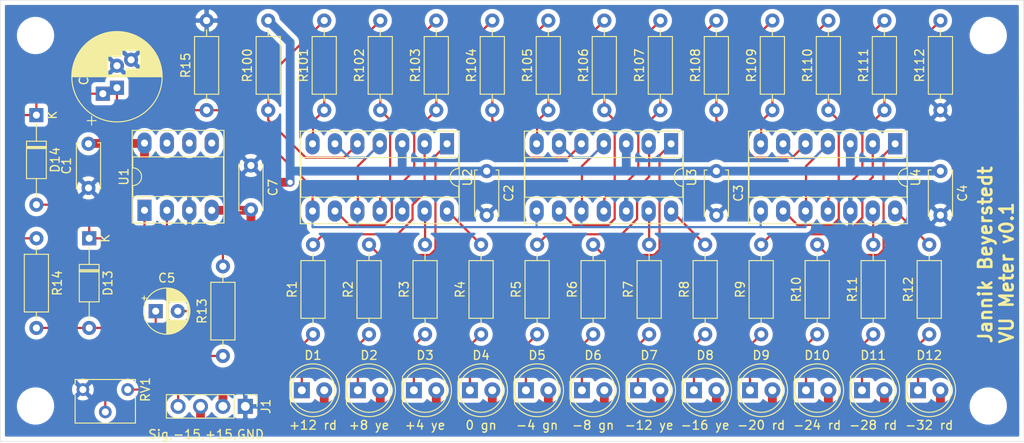
<source format=kicad_pcb>
(kicad_pcb (version 20171130) (host pcbnew "(5.1.8-0-10_14)")
  (title_block (title "VU Meter Module") (date 2020-12-06) (rev v0.2) (company "Jannik Beyerstedt") (comment 1 "Fixed Prototype"))
  (layers (0 F.Cu signal) (31 B.Cu signal) (34 B.Paste user) (35 F.Paste user) (36 B.SilkS user) (37 F.SilkS user) (38 B.Mask user) (39 F.Mask user) (44 Edge.Cuts user))
  (net 0 "")
  (net 1 +15V)
  (net 2 "Net-(C5-Pad2)")
  (net 3 "Net-(C5-Pad1)")
  (net 4 "Net-(C6-Pad1)")
  (net 5 "Net-(D1-Pad1)")
  (net 6 "Net-(D2-Pad1)")
  (net 7 "Net-(D3-Pad1)")
  (net 8 "Net-(D4-Pad1)")
  (net 9 "Net-(D5-Pad1)")
  (net 10 "Net-(D6-Pad1)")
  (net 11 "Net-(D7-Pad1)")
  (net 12 "Net-(D8-Pad1)")
  (net 13 "Net-(D9-Pad1)")
  (net 14 "Net-(D10-Pad1)")
  (net 15 "Net-(D11-Pad1)")
  (net 16 "Net-(D12-Pad1)")
  (net 17 "Net-(D13-Pad2)")
  (net 18 "Net-(D13-Pad1)")
  (net 19 "Net-(R1-Pad2)")
  (net 20 "Net-(R2-Pad2)")
  (net 21 "Net-(R3-Pad2)")
  (net 22 "Net-(R4-Pad2)")
  (net 23 "Net-(R5-Pad2)")
  (net 24 "Net-(R6-Pad2)")
  (net 25 "Net-(R7-Pad2)")
  (net 26 "Net-(R8-Pad2)")
  (net 27 "Net-(R9-Pad2)")
  (net 28 "Net-(R10-Pad2)")
  (net 29 "Net-(R11-Pad2)")
  (net 30 "Net-(R12-Pad2)")
  (net 31 "Net-(R100-Pad1)")
  (net 32 "Net-(R101-Pad1)")
  (net 33 "Net-(R102-Pad1)")
  (net 34 "Net-(R103-Pad1)")
  (net 35 "Net-(R104-Pad1)")
  (net 36 "Net-(R105-Pad1)")
  (net 37 "Net-(R106-Pad1)")
  (net 38 "Net-(R107-Pad1)")
  (net 39 "Net-(R108-Pad1)")
  (net 40 "Net-(R109-Pad1)")
  (net 41 "Net-(R110-Pad1)")
  (net 42 "Net-(R111-Pad1)")
  (net 43 Line_Input)
  (net 44 GNDREF)
  (net 45 -15V)
  (module Potentiometer_THT:Potentiometer_Vishay_T73XX_Horizontal (layer F.Cu) (at 44.45 64.135 270)
    (fp_text reference RV1 (at 0 -2.01 90) (layer F.SilkS))
    (fp_text value 50K)
    (pad 1 thru_hole circle (at 0 0 270) (size 1.44 1.44) (drill 0.8) (layers *.Cu *.Mask) (net 43 Line_Input))
    (pad 2 thru_hole circle (at 2.54 2.54 270) (size 1.44 1.44) (drill 0.8) (layers *.Cu *.Mask) (net 3 "Net-(C5-Pad1)"))
    (pad 3 thru_hole circle (at 0 5.08 270) (size 1.44 1.44) (drill 0.8) (layers *.Cu *.Mask) (net 44 GNDREF))
  )
  (module Connector_PinHeader_2.54mm:PinHeader_1x04_P2.54mm_Vertical (layer F.Cu) (at 57.785 66.04 270)
    (fp_text reference J1 (at 0 -2.33 90) (layer F.SilkS))
    (fp_text value Pwr_Signal)
    (pad 4 thru_hole oval (at 0 7.62 270) (size 1.7 1.7) (drill 1) (layers *.Cu *.Mask) (net 43 Line_Input))
    (pad 3 thru_hole oval (at 0 5.08 270) (size 1.7 1.7) (drill 1) (layers *.Cu *.Mask) (net 1 +15V))
    (pad 2 thru_hole oval (at 0 2.54 270) (size 1.7 1.7) (drill 1) (layers *.Cu *.Mask) (net 45 -15V))
    (pad 1 thru_hole rect (at 0 0 270) (size 1.7 1.7) (drill 1) (layers *.Cu *.Mask) (net 44 GNDREF))
  )
  (module Capacitor_THT:C_Disc_D5.0mm_W2.5mm_P5.00mm (layer F.Cu) (at 58.42 38.735 270)
    (fp_text reference C7 (at 2.5 -2.5 90) (layer F.SilkS))
    (fp_text value 100nF)
    (pad 2 thru_hole circle (at 5 0 270) (size 1.6 1.6) (drill 0.8) (layers *.Cu *.Mask) (net 45 -15V))
    (pad 1 thru_hole circle (at 0 0 270) (size 1.6 1.6) (drill 0.8) (layers *.Cu *.Mask) (net 44 GNDREF))
  )
  (module Capacitor_THT:C_Disc_D5.0mm_W2.5mm_P5.00mm (layer F.Cu) (at 136.58 39.37 270)
    (fp_text reference C4 (at 2.5 -2.5 90) (layer F.SilkS))
    (fp_text value 100nF)
    (pad 2 thru_hole circle (at 5 0 270) (size 1.6 1.6) (drill 0.8) (layers *.Cu *.Mask) (net 44 GNDREF))
    (pad 1 thru_hole circle (at 0 0 270) (size 1.6 1.6) (drill 0.8) (layers *.Cu *.Mask) (net 1 +15V))
  )
  (module Capacitor_THT:C_Disc_D5.0mm_W2.5mm_P5.00mm (layer F.Cu) (at 111.18 39.37 270)
    (fp_text reference C3 (at 2.5 -2.5 90) (layer F.SilkS))
    (fp_text value 100nF)
    (pad 2 thru_hole circle (at 5 0 270) (size 1.6 1.6) (drill 0.8) (layers *.Cu *.Mask) (net 44 GNDREF))
    (pad 1 thru_hole circle (at 0 0 270) (size 1.6 1.6) (drill 0.8) (layers *.Cu *.Mask) (net 1 +15V))
  )
  (module Capacitor_THT:C_Disc_D5.0mm_W2.5mm_P5.00mm (layer F.Cu) (at 85.145 39.37 270)
    (fp_text reference C2 (at 2.5 -2.5 90) (layer F.SilkS))
    (fp_text value 100nF)
    (pad 2 thru_hole circle (at 5 0 270) (size 1.6 1.6) (drill 0.8) (layers *.Cu *.Mask) (net 44 GNDREF))
    (pad 1 thru_hole circle (at 0 0 270) (size 1.6 1.6) (drill 0.8) (layers *.Cu *.Mask) (net 1 +15V))
  )
  (module Capacitor_THT:C_Disc_D5.0mm_W2.5mm_P5.00mm (layer F.Cu) (at 40.005 41.275 90)
    (fp_text reference C1 (at 2.5 -2.5 90) (layer F.SilkS))
    (fp_text value 100nF)
    (pad 2 thru_hole circle (at 5 0 90) (size 1.6 1.6) (drill 0.8) (layers *.Cu *.Mask) (net 1 +15V))
    (pad 1 thru_hole circle (at 0 0 90) (size 1.6 1.6) (drill 0.8) (layers *.Cu *.Mask) (net 44 GNDREF))
  )
  (module MountingHole:MountingHole_3.2mm_M3_ISO14580 (layer F.Cu) (at 34 24)
    (fp_text reference H4 hide)
    (fp_text value MountingHole hide)
    (pad 1 np_thru_hole circle (at 0 0) (size 3.2 3.2) (drill 3.2) (layers *.Cu *.Mask))
  )
  (module MountingHole:MountingHole_3.2mm_M3_ISO14580 (layer F.Cu) (at 142 24)
    (fp_text reference H3 hide)
    (fp_text value MountingHole hide)
    (pad 1 np_thru_hole circle (at 0 0) (size 3.2 3.2) (drill 3.2) (layers *.Cu *.Mask))
  )
  (module MountingHole:MountingHole_3.2mm_M3_ISO14580 (layer F.Cu) (at 142 66)
    (fp_text reference H2 hide)
    (fp_text value MountingHole hide)
    (pad 1 np_thru_hole circle (at 0 0) (size 3.2 3.2) (drill 3.2) (layers *.Cu *.Mask))
  )
  (module MountingHole:MountingHole_3.2mm_M3_ISO14580 (layer F.Cu) (at 34 66)
    (fp_text reference H1 hide)
    (fp_text value MountingHole hide)
    (pad 1 np_thru_hole circle (at 0 0) (size 3.2 3.2) (drill 3.2) (layers *.Cu *.Mask))
  )
  (module Capacitor_THT:CP_Radial_D10.0mm_P2.50mm_P5.00mm (layer F.Cu) (at 43.235 29.925 90)
    (fp_text reference C6 (at 1.25 -3.75 90) (layer F.SilkS))
    (fp_text value 47uF)
    (pad 2 thru_hole circle (at 3.170937 1.6 90) (size 1.6 1.6) (drill 0.8) (layers *.Cu *.Mask) (net 44 GNDREF))
    (pad 1 thru_hole rect (at -0.670937 -1.6 90) (size 1.6 1.6) (drill 0.8) (layers *.Cu *.Mask) (net 4 "Net-(C6-Pad1)"))
    (pad 2 thru_hole circle (at 2.5 0 90) (size 1.6 1.6) (drill 0.8) (layers *.Cu *.Mask) (net 44 GNDREF))
    (pad 1 thru_hole rect (at 0 0 90) (size 1.6 1.6) (drill 0.8) (layers *.Cu *.Mask) (net 4 "Net-(C6-Pad1)"))
  )
  (module Capacitor_THT:CP_Radial_D5.0mm_P2.50mm (layer F.Cu) (at 47.625 55.245)
    (fp_text reference C5 (at 1.25 -3.75) (layer F.SilkS))
    (fp_text value 1uF)
    (pad 2 thru_hole circle (at 2.5 0) (size 1.6 1.6) (drill 0.8) (layers *.Cu *.Mask) (net 2 "Net-(C5-Pad2)"))
    (pad 1 thru_hole rect (at 0 0) (size 1.6 1.6) (drill 0.8) (layers *.Cu *.Mask) (net 3 "Net-(C5-Pad1)"))
  )
  (module Package_DIP:DIP-14_W7.62mm_Socket_LongPads (layer F.Cu) (at 131.445 36.275 270)
    (fp_text reference U4 (at 3.81 -2.33 90) (layer F.SilkS))
    (fp_text value LM339)
    (pad 14 thru_hole oval (at 7.62 0 270) (size 2.4 1.6) (drill 0.8) (layers *.Cu *.Mask) (net 30 "Net-(R12-Pad2)"))
    (pad 7 thru_hole oval (at 0 15.24 270) (size 2.4 1.6) (drill 0.8) (layers *.Cu *.Mask) (net 40 "Net-(R109-Pad1)"))
    (pad 13 thru_hole oval (at 7.62 2.54 270) (size 2.4 1.6) (drill 0.8) (layers *.Cu *.Mask) (net 29 "Net-(R11-Pad2)"))
    (pad 6 thru_hole oval (at 0 12.7 270) (size 2.4 1.6) (drill 0.8) (layers *.Cu *.Mask) (net 4 "Net-(C6-Pad1)"))
    (pad 12 thru_hole oval (at 7.62 5.08 270) (size 2.4 1.6) (drill 0.8) (layers *.Cu *.Mask) (net 44 GNDREF))
    (pad 5 thru_hole oval (at 0 10.16 270) (size 2.4 1.6) (drill 0.8) (layers *.Cu *.Mask) (net 39 "Net-(R108-Pad1)"))
    (pad 11 thru_hole oval (at 7.62 7.62 270) (size 2.4 1.6) (drill 0.8) (layers *.Cu *.Mask) (net 41 "Net-(R110-Pad1)"))
    (pad 4 thru_hole oval (at 0 7.62 270) (size 2.4 1.6) (drill 0.8) (layers *.Cu *.Mask) (net 4 "Net-(C6-Pad1)"))
    (pad 10 thru_hole oval (at 7.62 10.16 270) (size 2.4 1.6) (drill 0.8) (layers *.Cu *.Mask) (net 4 "Net-(C6-Pad1)"))
    (pad 3 thru_hole oval (at 0 5.08 270) (size 2.4 1.6) (drill 0.8) (layers *.Cu *.Mask) (net 1 +15V))
    (pad 9 thru_hole oval (at 7.62 12.7 270) (size 2.4 1.6) (drill 0.8) (layers *.Cu *.Mask) (net 42 "Net-(R111-Pad1)"))
    (pad 2 thru_hole oval (at 0 2.54 270) (size 2.4 1.6) (drill 0.8) (layers *.Cu *.Mask) (net 27 "Net-(R9-Pad2)"))
    (pad 8 thru_hole oval (at 7.62 15.24 270) (size 2.4 1.6) (drill 0.8) (layers *.Cu *.Mask) (net 4 "Net-(C6-Pad1)"))
    (pad 1 thru_hole rect (at 0 0 270) (size 2.4 1.6) (drill 0.8) (layers *.Cu *.Mask) (net 28 "Net-(R10-Pad2)"))
  )
  (module Package_DIP:DIP-14_W7.62mm_Socket_LongPads (layer F.Cu) (at 106.045 36.275 270)
    (fp_text reference U3 (at 3.81 -2.33 90) (layer F.SilkS))
    (fp_text value LM339)
    (pad 14 thru_hole oval (at 7.62 0 270) (size 2.4 1.6) (drill 0.8) (layers *.Cu *.Mask) (net 26 "Net-(R8-Pad2)"))
    (pad 7 thru_hole oval (at 0 15.24 270) (size 2.4 1.6) (drill 0.8) (layers *.Cu *.Mask) (net 36 "Net-(R105-Pad1)"))
    (pad 13 thru_hole oval (at 7.62 2.54 270) (size 2.4 1.6) (drill 0.8) (layers *.Cu *.Mask) (net 25 "Net-(R7-Pad2)"))
    (pad 6 thru_hole oval (at 0 12.7 270) (size 2.4 1.6) (drill 0.8) (layers *.Cu *.Mask) (net 4 "Net-(C6-Pad1)"))
    (pad 12 thru_hole oval (at 7.62 5.08 270) (size 2.4 1.6) (drill 0.8) (layers *.Cu *.Mask) (net 44 GNDREF))
    (pad 5 thru_hole oval (at 0 10.16 270) (size 2.4 1.6) (drill 0.8) (layers *.Cu *.Mask) (net 35 "Net-(R104-Pad1)"))
    (pad 11 thru_hole oval (at 7.62 7.62 270) (size 2.4 1.6) (drill 0.8) (layers *.Cu *.Mask) (net 37 "Net-(R106-Pad1)"))
    (pad 4 thru_hole oval (at 0 7.62 270) (size 2.4 1.6) (drill 0.8) (layers *.Cu *.Mask) (net 4 "Net-(C6-Pad1)"))
    (pad 10 thru_hole oval (at 7.62 10.16 270) (size 2.4 1.6) (drill 0.8) (layers *.Cu *.Mask) (net 4 "Net-(C6-Pad1)"))
    (pad 3 thru_hole oval (at 0 5.08 270) (size 2.4 1.6) (drill 0.8) (layers *.Cu *.Mask) (net 1 +15V))
    (pad 9 thru_hole oval (at 7.62 12.7 270) (size 2.4 1.6) (drill 0.8) (layers *.Cu *.Mask) (net 38 "Net-(R107-Pad1)"))
    (pad 2 thru_hole oval (at 0 2.54 270) (size 2.4 1.6) (drill 0.8) (layers *.Cu *.Mask) (net 23 "Net-(R5-Pad2)"))
    (pad 8 thru_hole oval (at 7.62 15.24 270) (size 2.4 1.6) (drill 0.8) (layers *.Cu *.Mask) (net 4 "Net-(C6-Pad1)"))
    (pad 1 thru_hole rect (at 0 0 270) (size 2.4 1.6) (drill 0.8) (layers *.Cu *.Mask) (net 24 "Net-(R6-Pad2)"))
  )
  (module Package_DIP:DIP-14_W7.62mm_Socket_LongPads (layer F.Cu) (at 80.645 36.275 270)
    (fp_text reference U2 (at 3.81 -2.33 90) (layer F.SilkS))
    (fp_text value LM339)
    (pad 14 thru_hole oval (at 7.62 0 270) (size 2.4 1.6) (drill 0.8) (layers *.Cu *.Mask) (net 22 "Net-(R4-Pad2)"))
    (pad 7 thru_hole oval (at 0 15.24 270) (size 2.4 1.6) (drill 0.8) (layers *.Cu *.Mask) (net 32 "Net-(R101-Pad1)"))
    (pad 13 thru_hole oval (at 7.62 2.54 270) (size 2.4 1.6) (drill 0.8) (layers *.Cu *.Mask) (net 21 "Net-(R3-Pad2)"))
    (pad 6 thru_hole oval (at 0 12.7 270) (size 2.4 1.6) (drill 0.8) (layers *.Cu *.Mask) (net 4 "Net-(C6-Pad1)"))
    (pad 12 thru_hole oval (at 7.62 5.08 270) (size 2.4 1.6) (drill 0.8) (layers *.Cu *.Mask) (net 44 GNDREF))
    (pad 5 thru_hole oval (at 0 10.16 270) (size 2.4 1.6) (drill 0.8) (layers *.Cu *.Mask) (net 31 "Net-(R100-Pad1)"))
    (pad 11 thru_hole oval (at 7.62 7.62 270) (size 2.4 1.6) (drill 0.8) (layers *.Cu *.Mask) (net 33 "Net-(R102-Pad1)"))
    (pad 4 thru_hole oval (at 0 7.62 270) (size 2.4 1.6) (drill 0.8) (layers *.Cu *.Mask) (net 4 "Net-(C6-Pad1)"))
    (pad 10 thru_hole oval (at 7.62 10.16 270) (size 2.4 1.6) (drill 0.8) (layers *.Cu *.Mask) (net 4 "Net-(C6-Pad1)"))
    (pad 3 thru_hole oval (at 0 5.08 270) (size 2.4 1.6) (drill 0.8) (layers *.Cu *.Mask) (net 1 +15V))
    (pad 9 thru_hole oval (at 7.62 12.7 270) (size 2.4 1.6) (drill 0.8) (layers *.Cu *.Mask) (net 34 "Net-(R103-Pad1)"))
    (pad 2 thru_hole oval (at 0 2.54 270) (size 2.4 1.6) (drill 0.8) (layers *.Cu *.Mask) (net 19 "Net-(R1-Pad2)"))
    (pad 8 thru_hole oval (at 7.62 15.24 270) (size 2.4 1.6) (drill 0.8) (layers *.Cu *.Mask) (net 4 "Net-(C6-Pad1)"))
    (pad 1 thru_hole rect (at 0 0 270) (size 2.4 1.6) (drill 0.8) (layers *.Cu *.Mask) (net 20 "Net-(R2-Pad2)"))
  )
  (module Package_DIP:DIP-8_W7.62mm_Socket_LongPads (layer F.Cu) (at 46.355 43.815 90)
    (fp_text reference U1 (at 3.81 -2.33 90) (layer F.SilkS))
    (fp_text value LM833N)
    (pad 8 thru_hole oval (at 7.62 0 90) (size 2.4 1.6) (drill 0.8) (layers *.Cu *.Mask) (net 1 +15V))
    (pad 4 thru_hole oval (at 0 7.62 90) (size 2.4 1.6) (drill 0.8) (layers *.Cu *.Mask) (net 45 -15V))
    (pad 7 thru_hole oval (at 7.62 2.54 90) (size 2.4 1.6) (drill 0.8) (layers *.Cu *.Mask))
    (pad 3 thru_hole oval (at 0 5.08 90) (size 2.4 1.6) (drill 0.8) (layers *.Cu *.Mask) (net 44 GNDREF))
    (pad 6 thru_hole oval (at 7.62 5.08 90) (size 2.4 1.6) (drill 0.8) (layers *.Cu *.Mask))
    (pad 2 thru_hole oval (at 0 2.54 90) (size 2.4 1.6) (drill 0.8) (layers *.Cu *.Mask) (net 17 "Net-(D13-Pad2)"))
    (pad 5 thru_hole oval (at 7.62 7.62 90) (size 2.4 1.6) (drill 0.8) (layers *.Cu *.Mask))
    (pad 1 thru_hole rect (at 0 0 90) (size 2.4 1.6) (drill 0.8) (layers *.Cu *.Mask) (net 18 "Net-(D13-Pad1)"))
  )
  (module Resistor_THT:R_Axial_DIN0207_L6.3mm_D2.5mm_P10.16mm_Horizontal (layer F.Cu) (at 136.58 32.465 90)
    (fp_text reference R112 (at 5.08 -2.37 90) (layer F.SilkS))
    (fp_text value 68R)
    (pad 2 thru_hole oval (at 10.16 0 90) (size 1.6 1.6) (drill 0.8) (layers *.Cu *.Mask) (net 42 "Net-(R111-Pad1)"))
    (pad 1 thru_hole circle (at 0 0 90) (size 1.6 1.6) (drill 0.8) (layers *.Cu *.Mask) (net 44 GNDREF))
  )
  (module Resistor_THT:R_Axial_DIN0207_L6.3mm_D2.5mm_P10.16mm_Horizontal (layer F.Cu) (at 130.23 32.465 90)
    (fp_text reference R111 (at 5.08 -2.37 90) (layer F.SilkS))
    (fp_text value 39R)
    (pad 2 thru_hole oval (at 10.16 0 90) (size 1.6 1.6) (drill 0.8) (layers *.Cu *.Mask) (net 41 "Net-(R110-Pad1)"))
    (pad 1 thru_hole circle (at 0 0 90) (size 1.6 1.6) (drill 0.8) (layers *.Cu *.Mask) (net 42 "Net-(R111-Pad1)"))
  )
  (module Resistor_THT:R_Axial_DIN0207_L6.3mm_D2.5mm_P10.16mm_Horizontal (layer F.Cu) (at 123.88 32.465 90)
    (fp_text reference R110 (at 5.08 -2.37 90) (layer F.SilkS))
    (fp_text value 68R)
    (pad 2 thru_hole oval (at 10.16 0 90) (size 1.6 1.6) (drill 0.8) (layers *.Cu *.Mask) (net 40 "Net-(R109-Pad1)"))
    (pad 1 thru_hole circle (at 0 0 90) (size 1.6 1.6) (drill 0.8) (layers *.Cu *.Mask) (net 41 "Net-(R110-Pad1)"))
  )
  (module Resistor_THT:R_Axial_DIN0207_L6.3mm_D2.5mm_P10.16mm_Horizontal (layer F.Cu) (at 117.53 32.465 90)
    (fp_text reference R109 (at 5.08 -2.37 90) (layer F.SilkS))
    (fp_text value 100R)
    (pad 2 thru_hole oval (at 10.16 0 90) (size 1.6 1.6) (drill 0.8) (layers *.Cu *.Mask) (net 39 "Net-(R108-Pad1)"))
    (pad 1 thru_hole circle (at 0 0 90) (size 1.6 1.6) (drill 0.8) (layers *.Cu *.Mask) (net 40 "Net-(R109-Pad1)"))
  )
  (module Resistor_THT:R_Axial_DIN0207_L6.3mm_D2.5mm_P10.16mm_Horizontal (layer F.Cu) (at 111.18 32.465 90)
    (fp_text reference R108 (at 5.08 -2.37 90) (layer F.SilkS))
    (fp_text value 150R)
    (pad 2 thru_hole oval (at 10.16 0 90) (size 1.6 1.6) (drill 0.8) (layers *.Cu *.Mask) (net 38 "Net-(R107-Pad1)"))
    (pad 1 thru_hole circle (at 0 0 90) (size 1.6 1.6) (drill 0.8) (layers *.Cu *.Mask) (net 39 "Net-(R108-Pad1)"))
  )
  (module Resistor_THT:R_Axial_DIN0207_L6.3mm_D2.5mm_P10.16mm_Horizontal (layer F.Cu) (at 104.83 32.465 90)
    (fp_text reference R107 (at 5.08 -2.37 90) (layer F.SilkS))
    (fp_text value 270R)
    (pad 2 thru_hole oval (at 10.16 0 90) (size 1.6 1.6) (drill 0.8) (layers *.Cu *.Mask) (net 37 "Net-(R106-Pad1)"))
    (pad 1 thru_hole circle (at 0 0 90) (size 1.6 1.6) (drill 0.8) (layers *.Cu *.Mask) (net 38 "Net-(R107-Pad1)"))
  )
  (module Resistor_THT:R_Axial_DIN0207_L6.3mm_D2.5mm_P10.16mm_Horizontal (layer F.Cu) (at 98.48 32.465 90)
    (fp_text reference R106 (at 5.08 -2.37 90) (layer F.SilkS))
    (fp_text value 390R)
    (pad 2 thru_hole oval (at 10.16 0 90) (size 1.6 1.6) (drill 0.8) (layers *.Cu *.Mask) (net 36 "Net-(R105-Pad1)"))
    (pad 1 thru_hole circle (at 0 0 90) (size 1.6 1.6) (drill 0.8) (layers *.Cu *.Mask) (net 37 "Net-(R106-Pad1)"))
  )
  (module Resistor_THT:R_Axial_DIN0207_L6.3mm_D2.5mm_P10.16mm_Horizontal (layer F.Cu) (at 92.13 32.465 90)
    (fp_text reference R105 (at 5.08 -2.37 90) (layer F.SilkS))
    (fp_text value 680R)
    (pad 2 thru_hole oval (at 10.16 0 90) (size 1.6 1.6) (drill 0.8) (layers *.Cu *.Mask) (net 35 "Net-(R104-Pad1)"))
    (pad 1 thru_hole circle (at 0 0 90) (size 1.6 1.6) (drill 0.8) (layers *.Cu *.Mask) (net 36 "Net-(R105-Pad1)"))
  )
  (module Resistor_THT:R_Axial_DIN0207_L6.3mm_D2.5mm_P10.16mm_Horizontal (layer F.Cu) (at 85.78 32.465 90)
    (fp_text reference R104 (at 5.08 -2.37 90) (layer F.SilkS))
    (fp_text value 1K)
    (pad 2 thru_hole oval (at 10.16 0 90) (size 1.6 1.6) (drill 0.8) (layers *.Cu *.Mask) (net 34 "Net-(R103-Pad1)"))
    (pad 1 thru_hole circle (at 0 0 90) (size 1.6 1.6) (drill 0.8) (layers *.Cu *.Mask) (net 35 "Net-(R104-Pad1)"))
  )
  (module Resistor_THT:R_Axial_DIN0207_L6.3mm_D2.5mm_P10.16mm_Horizontal (layer F.Cu) (at 79.43 32.465 90)
    (fp_text reference R103 (at 5.08 -2.37 90) (layer F.SilkS))
    (fp_text value 1.5K)
    (pad 2 thru_hole oval (at 10.16 0 90) (size 1.6 1.6) (drill 0.8) (layers *.Cu *.Mask) (net 33 "Net-(R102-Pad1)"))
    (pad 1 thru_hole circle (at 0 0 90) (size 1.6 1.6) (drill 0.8) (layers *.Cu *.Mask) (net 34 "Net-(R103-Pad1)"))
  )
  (module Resistor_THT:R_Axial_DIN0207_L6.3mm_D2.5mm_P10.16mm_Horizontal (layer F.Cu) (at 73.08 32.465 90)
    (fp_text reference R102 (at 5.08 -2.37 90) (layer F.SilkS))
    (fp_text value 2.7K)
    (pad 2 thru_hole oval (at 10.16 0 90) (size 1.6 1.6) (drill 0.8) (layers *.Cu *.Mask) (net 32 "Net-(R101-Pad1)"))
    (pad 1 thru_hole circle (at 0 0 90) (size 1.6 1.6) (drill 0.8) (layers *.Cu *.Mask) (net 33 "Net-(R102-Pad1)"))
  )
  (module Resistor_THT:R_Axial_DIN0207_L6.3mm_D2.5mm_P10.16mm_Horizontal (layer F.Cu) (at 66.73 32.465 90)
    (fp_text reference R101 (at 5.08 -2.37 90) (layer F.SilkS))
    (fp_text value 3.9K)
    (pad 2 thru_hole oval (at 10.16 0 90) (size 1.6 1.6) (drill 0.8) (layers *.Cu *.Mask) (net 31 "Net-(R100-Pad1)"))
    (pad 1 thru_hole circle (at 0 0 90) (size 1.6 1.6) (drill 0.8) (layers *.Cu *.Mask) (net 32 "Net-(R101-Pad1)"))
  )
  (module Resistor_THT:R_Axial_DIN0207_L6.3mm_D2.5mm_P10.16mm_Horizontal (layer F.Cu) (at 60.38 32.465 90)
    (fp_text reference R100 (at 5.08 -2.37 90) (layer F.SilkS))
    (fp_text value 2.7K)
    (pad 2 thru_hole oval (at 10.16 0 90) (size 1.6 1.6) (drill 0.8) (layers *.Cu *.Mask) (net 1 +15V))
    (pad 1 thru_hole circle (at 0 0 90) (size 1.6 1.6) (drill 0.8) (layers *.Cu *.Mask) (net 31 "Net-(R100-Pad1)"))
  )
  (module Resistor_THT:R_Axial_DIN0207_L6.3mm_D2.5mm_P10.16mm_Horizontal (layer F.Cu) (at 53.395 32.465 90)
    (fp_text reference R15 (at 5.08 -2.37 90) (layer F.SilkS))
    (fp_text value 100K)
    (pad 2 thru_hole oval (at 10.16 0 90) (size 1.6 1.6) (drill 0.8) (layers *.Cu *.Mask) (net 44 GNDREF))
    (pad 1 thru_hole circle (at 0 0 90) (size 1.6 1.6) (drill 0.8) (layers *.Cu *.Mask) (net 4 "Net-(C6-Pad1)"))
  )
  (module Resistor_THT:R_Axial_DIN0207_L6.3mm_D2.5mm_P10.16mm_Horizontal (layer F.Cu) (at 34.1 46.99 270)
    (fp_text reference R14 (at 5.08 -2.37 90) (layer F.SilkS))
    (fp_text value 3.9K)
    (pad 2 thru_hole oval (at 10.16 0 270) (size 1.6 1.6) (drill 0.8) (layers *.Cu *.Mask) (net 17 "Net-(D13-Pad2)"))
    (pad 1 thru_hole circle (at 0 0 270) (size 1.6 1.6) (drill 0.8) (layers *.Cu *.Mask) (net 4 "Net-(C6-Pad1)"))
  )
  (module Resistor_THT:R_Axial_DIN0207_L6.3mm_D2.5mm_P10.16mm_Horizontal (layer F.Cu) (at 55.245 60.325 90)
    (fp_text reference R13 (at 5.08 -2.37 90) (layer F.SilkS))
    (fp_text value 1K)
    (pad 2 thru_hole oval (at 10.16 0 90) (size 1.6 1.6) (drill 0.8) (layers *.Cu *.Mask) (net 17 "Net-(D13-Pad2)"))
    (pad 1 thru_hole circle (at 0 0 90) (size 1.6 1.6) (drill 0.8) (layers *.Cu *.Mask) (net 2 "Net-(C5-Pad2)"))
  )
  (module Resistor_THT:R_Axial_DIN0207_L6.3mm_D2.5mm_P10.16mm_Horizontal (layer F.Cu) (at 135.31 57.865 90)
    (fp_text reference R12 (at 5.08 -2.37 90) (layer F.SilkS))
    (fp_text value 390R)
    (pad 2 thru_hole oval (at 10.16 0 90) (size 1.6 1.6) (drill 0.8) (layers *.Cu *.Mask) (net 30 "Net-(R12-Pad2)"))
    (pad 1 thru_hole circle (at 0 0 90) (size 1.6 1.6) (drill 0.8) (layers *.Cu *.Mask) (net 16 "Net-(D12-Pad1)"))
  )
  (module Resistor_THT:R_Axial_DIN0207_L6.3mm_D2.5mm_P10.16mm_Horizontal (layer F.Cu) (at 128.96 57.865 90)
    (fp_text reference R11 (at 5.08 -2.37 90) (layer F.SilkS))
    (fp_text value 390R)
    (pad 2 thru_hole oval (at 10.16 0 90) (size 1.6 1.6) (drill 0.8) (layers *.Cu *.Mask) (net 29 "Net-(R11-Pad2)"))
    (pad 1 thru_hole circle (at 0 0 90) (size 1.6 1.6) (drill 0.8) (layers *.Cu *.Mask) (net 15 "Net-(D11-Pad1)"))
  )
  (module Resistor_THT:R_Axial_DIN0207_L6.3mm_D2.5mm_P10.16mm_Horizontal (layer F.Cu) (at 122.61 57.865 90)
    (fp_text reference R10 (at 5.08 -2.37 90) (layer F.SilkS))
    (fp_text value 390R)
    (pad 2 thru_hole oval (at 10.16 0 90) (size 1.6 1.6) (drill 0.8) (layers *.Cu *.Mask) (net 28 "Net-(R10-Pad2)"))
    (pad 1 thru_hole circle (at 0 0 90) (size 1.6 1.6) (drill 0.8) (layers *.Cu *.Mask) (net 14 "Net-(D10-Pad1)"))
  )
  (module Resistor_THT:R_Axial_DIN0207_L6.3mm_D2.5mm_P10.16mm_Horizontal (layer F.Cu) (at 116.26 57.865 90)
    (fp_text reference R9 (at 5.08 -2.37 90) (layer F.SilkS))
    (fp_text value 390R)
    (pad 2 thru_hole oval (at 10.16 0 90) (size 1.6 1.6) (drill 0.8) (layers *.Cu *.Mask) (net 27 "Net-(R9-Pad2)"))
    (pad 1 thru_hole circle (at 0 0 90) (size 1.6 1.6) (drill 0.8) (layers *.Cu *.Mask) (net 13 "Net-(D9-Pad1)"))
  )
  (module Resistor_THT:R_Axial_DIN0207_L6.3mm_D2.5mm_P10.16mm_Horizontal (layer F.Cu) (at 109.91 57.865 90)
    (fp_text reference R8 (at 5.08 -2.37 90) (layer F.SilkS))
    (fp_text value 390R)
    (pad 2 thru_hole oval (at 10.16 0 90) (size 1.6 1.6) (drill 0.8) (layers *.Cu *.Mask) (net 26 "Net-(R8-Pad2)"))
    (pad 1 thru_hole circle (at 0 0 90) (size 1.6 1.6) (drill 0.8) (layers *.Cu *.Mask) (net 12 "Net-(D8-Pad1)"))
  )
  (module Resistor_THT:R_Axial_DIN0207_L6.3mm_D2.5mm_P10.16mm_Horizontal (layer F.Cu) (at 103.56 57.865 90)
    (fp_text reference R7 (at 5.08 -2.37 90) (layer F.SilkS))
    (fp_text value 390R)
    (pad 2 thru_hole oval (at 10.16 0 90) (size 1.6 1.6) (drill 0.8) (layers *.Cu *.Mask) (net 25 "Net-(R7-Pad2)"))
    (pad 1 thru_hole circle (at 0 0 90) (size 1.6 1.6) (drill 0.8) (layers *.Cu *.Mask) (net 11 "Net-(D7-Pad1)"))
  )
  (module Resistor_THT:R_Axial_DIN0207_L6.3mm_D2.5mm_P10.16mm_Horizontal (layer F.Cu) (at 97.21 57.865 90)
    (fp_text reference R6 (at 5.08 -2.37 90) (layer F.SilkS))
    (fp_text value 390R)
    (pad 2 thru_hole oval (at 10.16 0 90) (size 1.6 1.6) (drill 0.8) (layers *.Cu *.Mask) (net 24 "Net-(R6-Pad2)"))
    (pad 1 thru_hole circle (at 0 0 90) (size 1.6 1.6) (drill 0.8) (layers *.Cu *.Mask) (net 10 "Net-(D6-Pad1)"))
  )
  (module Resistor_THT:R_Axial_DIN0207_L6.3mm_D2.5mm_P10.16mm_Horizontal (layer F.Cu) (at 90.86 57.865 90)
    (fp_text reference R5 (at 5.08 -2.37 90) (layer F.SilkS))
    (fp_text value 390R)
    (pad 2 thru_hole oval (at 10.16 0 90) (size 1.6 1.6) (drill 0.8) (layers *.Cu *.Mask) (net 23 "Net-(R5-Pad2)"))
    (pad 1 thru_hole circle (at 0 0 90) (size 1.6 1.6) (drill 0.8) (layers *.Cu *.Mask) (net 9 "Net-(D5-Pad1)"))
  )
  (module Resistor_THT:R_Axial_DIN0207_L6.3mm_D2.5mm_P10.16mm_Horizontal (layer F.Cu) (at 84.51 57.865 90)
    (fp_text reference R4 (at 5.08 -2.37 90) (layer F.SilkS))
    (fp_text value 390R)
    (pad 2 thru_hole oval (at 10.16 0 90) (size 1.6 1.6) (drill 0.8) (layers *.Cu *.Mask) (net 22 "Net-(R4-Pad2)"))
    (pad 1 thru_hole circle (at 0 0 90) (size 1.6 1.6) (drill 0.8) (layers *.Cu *.Mask) (net 8 "Net-(D4-Pad1)"))
  )
  (module Resistor_THT:R_Axial_DIN0207_L6.3mm_D2.5mm_P10.16mm_Horizontal (layer F.Cu) (at 78.16 57.865 90)
    (fp_text reference R3 (at 5.08 -2.37 90) (layer F.SilkS))
    (fp_text value 390R)
    (pad 2 thru_hole oval (at 10.16 0 90) (size 1.6 1.6) (drill 0.8) (layers *.Cu *.Mask) (net 21 "Net-(R3-Pad2)"))
    (pad 1 thru_hole circle (at 0 0 90) (size 1.6 1.6) (drill 0.8) (layers *.Cu *.Mask) (net 7 "Net-(D3-Pad1)"))
  )
  (module Resistor_THT:R_Axial_DIN0207_L6.3mm_D2.5mm_P10.16mm_Horizontal (layer F.Cu) (at 71.81 57.865 90)
    (fp_text reference R2 (at 5.08 -2.37 90) (layer F.SilkS))
    (fp_text value 390R)
    (pad 2 thru_hole oval (at 10.16 0 90) (size 1.6 1.6) (drill 0.8) (layers *.Cu *.Mask) (net 20 "Net-(R2-Pad2)"))
    (pad 1 thru_hole circle (at 0 0 90) (size 1.6 1.6) (drill 0.8) (layers *.Cu *.Mask) (net 6 "Net-(D2-Pad1)"))
  )
  (module Resistor_THT:R_Axial_DIN0207_L6.3mm_D2.5mm_P10.16mm_Horizontal (layer F.Cu) (at 65.46 57.865 90)
    (fp_text reference R1 (at 5.08 -2.37 90) (layer F.SilkS))
    (fp_text value 390R)
    (pad 2 thru_hole oval (at 10.16 0 90) (size 1.6 1.6) (drill 0.8) (layers *.Cu *.Mask) (net 19 "Net-(R1-Pad2)"))
    (pad 1 thru_hole circle (at 0 0 90) (size 1.6 1.6) (drill 0.8) (layers *.Cu *.Mask) (net 5 "Net-(D1-Pad1)"))
  )
  (module Diode_THT:D_DO-35_SOD27_P10.16mm_Horizontal (layer F.Cu) (at 34.1 33.02 270)
    (fp_text reference D14 (at 5.08 -2.12 90) (layer F.SilkS))
    (fp_text value 1N4148)
    (fp_text user K (at 0 -1.8 90) (layer F.SilkS))
    (pad 2 thru_hole oval (at 10.16 0 270) (size 1.6 1.6) (drill 0.8) (layers *.Cu *.Mask) (net 18 "Net-(D13-Pad1)"))
    (pad 1 thru_hole rect (at 0 0 270) (size 1.6 1.6) (drill 0.8) (layers *.Cu *.Mask) (net 4 "Net-(C6-Pad1)"))
  )
  (module Diode_THT:D_DO-35_SOD27_P10.16mm_Horizontal (layer F.Cu) (at 40.085 46.99 270)
    (fp_text reference D13 (at 5.08 -2.12 90) (layer F.SilkS))
    (fp_text value 1N4148)
    (fp_text user K (at 0 -1.8 90) (layer F.SilkS))
    (pad 2 thru_hole oval (at 10.16 0 270) (size 1.6 1.6) (drill 0.8) (layers *.Cu *.Mask) (net 17 "Net-(D13-Pad2)"))
    (pad 1 thru_hole rect (at 0 0 270) (size 1.6 1.6) (drill 0.8) (layers *.Cu *.Mask) (net 18 "Net-(D13-Pad1)"))
  )
  (module LED_THT:LED_D5.0mm (layer F.Cu) (at 134.04 64.215)
    (fp_text reference D12 (at 1.27 -3.96) (layer F.SilkS))
    (fp_text value "-32 rd" (at 1.27 3.96) (layer F.SilkS))
    (pad 2 thru_hole circle (at 2.54 0) (size 1.8 1.8) (drill 0.9) (layers *.Cu *.Mask) (net 1 +15V))
    (pad 1 thru_hole rect (at 0 0) (size 1.8 1.8) (drill 0.9) (layers *.Cu *.Mask) (net 16 "Net-(D12-Pad1)"))
  )
  (module LED_THT:LED_D5.0mm (layer F.Cu) (at 127.69 64.215)
    (fp_text reference D11 (at 1.27 -3.96) (layer F.SilkS))
    (fp_text value "-28 rd" (at 1.27 3.96) (layer F.SilkS))
    (pad 2 thru_hole circle (at 2.54 0) (size 1.8 1.8) (drill 0.9) (layers *.Cu *.Mask) (net 1 +15V))
    (pad 1 thru_hole rect (at 0 0) (size 1.8 1.8) (drill 0.9) (layers *.Cu *.Mask) (net 15 "Net-(D11-Pad1)"))
  )
  (module LED_THT:LED_D5.0mm (layer F.Cu) (at 121.34 64.215)
    (fp_text reference D10 (at 1.27 -3.96) (layer F.SilkS))
    (fp_text value "-24 rd" (at 1.27 3.96) (layer F.SilkS))
    (pad 2 thru_hole circle (at 2.54 0) (size 1.8 1.8) (drill 0.9) (layers *.Cu *.Mask) (net 1 +15V))
    (pad 1 thru_hole rect (at 0 0) (size 1.8 1.8) (drill 0.9) (layers *.Cu *.Mask) (net 14 "Net-(D10-Pad1)"))
  )
  (module LED_THT:LED_D5.0mm (layer F.Cu) (at 114.99 64.215)
    (fp_text reference D9 (at 1.27 -3.96) (layer F.SilkS))
    (fp_text value "-20 rd" (at 1.27 3.96) (layer F.SilkS))
    (pad 2 thru_hole circle (at 2.54 0) (size 1.8 1.8) (drill 0.9) (layers *.Cu *.Mask) (net 1 +15V))
    (pad 1 thru_hole rect (at 0 0) (size 1.8 1.8) (drill 0.9) (layers *.Cu *.Mask) (net 13 "Net-(D9-Pad1)"))
  )
  (module LED_THT:LED_D5.0mm (layer F.Cu) (at 108.64 64.215)
    (fp_text reference D8 (at 1.27 -3.96) (layer F.SilkS))
    (fp_text value "-16 ye" (at 1.27 3.96) (layer F.SilkS))
    (pad 2 thru_hole circle (at 2.54 0) (size 1.8 1.8) (drill 0.9) (layers *.Cu *.Mask) (net 1 +15V))
    (pad 1 thru_hole rect (at 0 0) (size 1.8 1.8) (drill 0.9) (layers *.Cu *.Mask) (net 12 "Net-(D8-Pad1)"))
  )
  (module LED_THT:LED_D5.0mm (layer F.Cu) (at 102.29 64.215)
    (fp_text reference D7 (at 1.27 -3.96) (layer F.SilkS))
    (fp_text value "-12 ye" (at 1.27 3.96) (layer F.SilkS))
    (pad 2 thru_hole circle (at 2.54 0) (size 1.8 1.8) (drill 0.9) (layers *.Cu *.Mask) (net 1 +15V))
    (pad 1 thru_hole rect (at 0 0) (size 1.8 1.8) (drill 0.9) (layers *.Cu *.Mask) (net 11 "Net-(D7-Pad1)"))
  )
  (module LED_THT:LED_D5.0mm (layer F.Cu) (at 95.94 64.215)
    (fp_text reference D6 (at 1.27 -3.96) (layer F.SilkS))
    (fp_text value "-8 gn" (at 1.27 3.96) (layer F.SilkS))
    (pad 2 thru_hole circle (at 2.54 0) (size 1.8 1.8) (drill 0.9) (layers *.Cu *.Mask) (net 1 +15V))
    (pad 1 thru_hole rect (at 0 0) (size 1.8 1.8) (drill 0.9) (layers *.Cu *.Mask) (net 10 "Net-(D6-Pad1)"))
  )
  (module LED_THT:LED_D5.0mm (layer F.Cu) (at 89.59 64.215)
    (fp_text reference D5 (at 1.27 -3.96) (layer F.SilkS))
    (fp_text value "-4 gn" (at 1.27 3.96) (layer F.SilkS))
    (pad 2 thru_hole circle (at 2.54 0) (size 1.8 1.8) (drill 0.9) (layers *.Cu *.Mask) (net 1 +15V))
    (pad 1 thru_hole rect (at 0 0) (size 1.8 1.8) (drill 0.9) (layers *.Cu *.Mask) (net 9 "Net-(D5-Pad1)"))
  )
  (module LED_THT:LED_D5.0mm (layer F.Cu) (at 83.24 64.215)
    (fp_text reference D4 (at 1.27 -3.96) (layer F.SilkS))
    (fp_text value "0 gn" (at 1.27 3.96) (layer F.SilkS))
    (pad 2 thru_hole circle (at 2.54 0) (size 1.8 1.8) (drill 0.9) (layers *.Cu *.Mask) (net 1 +15V))
    (pad 1 thru_hole rect (at 0 0) (size 1.8 1.8) (drill 0.9) (layers *.Cu *.Mask) (net 8 "Net-(D4-Pad1)"))
  )
  (module LED_THT:LED_D5.0mm (layer F.Cu) (at 76.89 64.215)
    (fp_text reference D3 (at 1.27 -3.96) (layer F.SilkS))
    (fp_text value "+4 ye" (at 1.27 3.96) (layer F.SilkS))
    (pad 2 thru_hole circle (at 2.54 0) (size 1.8 1.8) (drill 0.9) (layers *.Cu *.Mask) (net 1 +15V))
    (pad 1 thru_hole rect (at 0 0) (size 1.8 1.8) (drill 0.9) (layers *.Cu *.Mask) (net 7 "Net-(D3-Pad1)"))
  )
  (module LED_THT:LED_D5.0mm (layer F.Cu) (at 70.54 64.215)
    (fp_text reference D2 (at 1.27 -3.96) (layer F.SilkS))
    (fp_text value "+8 ye" (at 1.27 3.96) (layer F.SilkS))
    (pad 2 thru_hole circle (at 2.54 0) (size 1.8 1.8) (drill 0.9) (layers *.Cu *.Mask) (net 1 +15V))
    (pad 1 thru_hole rect (at 0 0) (size 1.8 1.8) (drill 0.9) (layers *.Cu *.Mask) (net 6 "Net-(D2-Pad1)"))
  )
  (module LED_THT:LED_D5.0mm (layer F.Cu) (at 64.19 64.215)
    (fp_text reference D1 (at 1.27 -3.96) (layer F.SilkS))
    (fp_text value "+12 rd" (at 1.27 3.96) (layer F.SilkS))
    (pad 2 thru_hole circle (at 2.54 0) (size 1.8 1.8) (drill 0.9) (layers *.Cu *.Mask) (net 1 +15V))
    (pad 1 thru_hole rect (at 0 0) (size 1.8 1.8) (drill 0.9) (layers *.Cu *.Mask) (net 5 "Net-(D1-Pad1)"))
  )
  (gr_text Sig,-15,+15,GND (at 53.34 69.215) (layer F.SilkS) (effects (font (size 1 1))))
  (gr_text "Jannik Beyerstedt\nVU Meter v0.1" (at 142.875 59.055 90) (layer F.SilkS) (effects (font (size 1.5 1.5) (thickness 0.3)) (justify left)))
  (gr_line (start 146 20) (end 30 20) (layer Edge.Cuts) (width 0.05))
  (gr_line (start 146.05 70) (end 146 20) (layer Edge.Cuts) (width 0.05))
  (gr_line (start 30 20) (end 30 70) (layer Edge.Cuts) (width 0.05))
  (gr_line (start 146.05 70) (end 30 70) (layer Edge.Cuts) (width 0.05))
  (segment (start 136.58 66.755) (end 136.58 64.215) (width 1) (layer F.Cu) (net 1))
  (segment (start 130.23 66.755) (end 136.58 66.755) (width 1) (layer F.Cu) (net 1))
  (segment (start 130.23 64.215) (end 130.23 66.755) (width 1) (layer F.Cu) (net 1))
  (segment (start 123.88 64.215) (end 123.88 66.755) (width 1) (layer F.Cu) (net 1))
  (segment (start 123.88 66.755) (end 130.23 66.755) (width 1) (layer F.Cu) (net 1))
  (segment (start 117.53 64.215) (end 117.53 66.755) (width 1) (layer F.Cu) (net 1))
  (segment (start 117.53 66.755) (end 123.88 66.755) (width 1) (layer F.Cu) (net 1))
  (segment (start 111.18 64.215) (end 111.18 66.755) (width 1) (layer F.Cu) (net 1))
  (segment (start 111.18 66.755) (end 117.53 66.755) (width 1) (layer F.Cu) (net 1))
  (segment (start 104.83 66.755) (end 111.18 66.755) (width 1) (layer F.Cu) (net 1))
  (segment (start 104.83 64.215) (end 104.83 66.755) (width 1) (layer F.Cu) (net 1))
  (segment (start 98.48 64.215) (end 98.48 66.755) (width 1) (layer F.Cu) (net 1))
  (segment (start 98.48 66.755) (end 104.83 66.755) (width 1) (layer F.Cu) (net 1))
  (segment (start 92.13 64.215) (end 92.13 66.755) (width 1) (layer F.Cu) (net 1))
  (segment (start 92.13 66.755) (end 98.48 66.755) (width 1) (layer F.Cu) (net 1))
  (segment (start 85.78 64.215) (end 85.78 66.12) (width 1) (layer F.Cu) (net 1))
  (segment (start 85.78 66.12) (end 85.78 66.755) (width 1) (layer F.Cu) (net 1))
  (segment (start 85.78 66.755) (end 92.13 66.755) (width 1) (layer F.Cu) (net 1))
  (segment (start 79.43 64.215) (end 79.43 66.755) (width 1) (layer F.Cu) (net 1))
  (segment (start 79.43 66.755) (end 85.78 66.755) (width 1) (layer F.Cu) (net 1))
  (segment (start 73.08 64.215) (end 73.08 66.755) (width 1) (layer F.Cu) (net 1))
  (segment (start 73.08 66.755) (end 79.43 66.755) (width 1) (layer F.Cu) (net 1))
  (segment (start 66.73 64.215) (end 66.73 66.755) (width 1) (layer F.Cu) (net 1))
  (segment (start 66.73 66.755) (end 73.08 66.755) (width 1) (layer F.Cu) (net 1))
  (segment (start 46.315 36.235) (end 46.355 36.195) (width 1) (layer F.Cu) (net 1))
  (segment (start 40.005 36.235) (end 46.315 36.235) (width 1) (layer F.Cu) (net 1))
  (segment (start 46.355 40.005) (end 46.99 40.64) (width 1) (layer F.Cu) (net 1))
  (segment (start 46.99 40.64) (end 60.96 40.64) (width 1) (layer F.Cu) (net 1))
  (segment (start 46.355 36.195) (end 46.355 40.005) (width 1) (layer F.Cu) (net 1))
  (segment (start 75.565 36.33) (end 75.62 36.275) (width 1) (layer B.Cu) (net 1))
  (segment (start 62.865 24.79) (end 62.865 39.37) (width 1) (layer B.Cu) (net 1))
  (segment (start 60.38 22.305) (end 62.865 24.79) (width 1) (layer B.Cu) (net 1))
  (segment (start 126.365 39.37) (end 111.18 39.37) (width 1) (layer B.Cu) (net 1))
  (segment (start 126.365 36.275) (end 126.365 39.37) (width 1) (layer B.Cu) (net 1))
  (segment (start 136.58 39.37) (end 126.365 39.37) (width 1) (layer B.Cu) (net 1))
  (segment (start 100.965 36.275) (end 100.965 39.37) (width 1) (layer B.Cu) (net 1))
  (segment (start 100.965 39.37) (end 111.18 39.37) (width 1) (layer B.Cu) (net 1))
  (segment (start 85.145 39.37) (end 100.965 39.37) (width 1) (layer B.Cu) (net 1))
  (segment (start 85.145 39.37) (end 75.565 39.37) (width 1) (layer B.Cu) (net 1))
  (segment (start 75.565 39.37) (end 75.565 36.275) (width 1) (layer B.Cu) (net 1))
  (segment (start 75.565 39.37) (end 62.865 39.37) (width 1) (layer B.Cu) (net 1))
  (segment (start 60.96 40.64) (end 60.96 66.04) (width 1) (layer F.Cu) (net 1))
  (segment (start 66.73 66.755) (end 61.04 66.755) (width 1) (layer F.Cu) (net 1))
  (segment (start 60.96 66.675) (end 60.96 66.04) (width 1) (layer F.Cu) (net 1))
  (segment (start 61.04 66.755) (end 60.96 66.675) (width 1) (layer F.Cu) (net 1))
  (segment (start 60.96 40.64) (end 62.865 40.64) (width 1) (layer F.Cu) (net 1))
  (segment (start 62.865 40.64) (end 62.865 40.64) (width 1) (layer F.Cu) (net 1))
  (via (at 62.865 40.64) (size 0.8) (drill 0.6) (layers F.Cu B.Cu) (net 1))
  (segment (start 62.865 39.37) (end 62.865 40.64) (width 1) (layer B.Cu) (net 1))
  (segment (start 61.04 66.755) (end 61.04 68.5) (width 1) (layer F.Cu) (net 1))
  (segment (start 61.04 68.5) (end 60.96 68.58) (width 1) (layer F.Cu) (net 1))
  (segment (start 60.96 68.58) (end 52.705 68.58) (width 1) (layer F.Cu) (net 1))
  (segment (start 52.705 68.58) (end 52.705 66.04) (width 1) (layer F.Cu) (net 1))
  (segment (start 50.125 55.245) (end 52.07 55.245) (width 0.25) (layer F.Cu) (net 2))
  (segment (start 52.07 55.245) (end 52.705 55.88) (width 0.25) (layer F.Cu) (net 2))
  (segment (start 52.705 55.88) (end 52.705 59.69) (width 0.25) (layer F.Cu) (net 2))
  (segment (start 52.705 59.69) (end 53.34 60.325) (width 0.25) (layer F.Cu) (net 2))
  (segment (start 53.34 60.325) (end 55.245 60.325) (width 0.25) (layer F.Cu) (net 2))
  (segment (start 41.91 66.675) (end 41.91 62.23) (width 0.25) (layer F.Cu) (net 3))
  (segment (start 41.91 62.23) (end 42.545 61.595) (width 0.25) (layer F.Cu) (net 3))
  (segment (start 42.545 61.595) (end 46.99 61.595) (width 0.25) (layer F.Cu) (net 3))
  (segment (start 46.99 61.595) (end 47.625 60.96) (width 0.25) (layer F.Cu) (net 3))
  (segment (start 47.625 60.96) (end 47.625 55.245) (width 0.25) (layer F.Cu) (net 3))
  (segment (start 70.54 38.815) (end 73.08 36.275) (width 0.25) (layer F.Cu) (net 4))
  (segment (start 70.54 43.895) (end 70.54 38.815) (width 0.25) (layer F.Cu) (net 4))
  (segment (start 53.395 32.465) (end 43.26 32.465) (width 0.25) (layer F.Cu) (net 4))
  (segment (start 43.235 32.44) (end 43.235 29.925) (width 0.25) (layer F.Cu) (net 4))
  (segment (start 43.26 32.465) (end 43.235 32.44) (width 0.25) (layer F.Cu) (net 4))
  (segment (start 71.50499 37.85001) (end 73.08 36.275) (width 0.25) (layer B.Cu) (net 4))
  (segment (start 69.57501 37.85001) (end 71.50499 37.85001) (width 0.25) (layer B.Cu) (net 4))
  (segment (start 68 36.275) (end 69.57501 37.85001) (width 0.25) (layer B.Cu) (net 4))
  (segment (start 96.90499 37.85001) (end 98.48 36.275) (width 0.25) (layer B.Cu) (net 4))
  (segment (start 94.97501 37.85001) (end 96.90499 37.85001) (width 0.25) (layer B.Cu) (net 4))
  (segment (start 93.4 36.275) (end 94.97501 37.85001) (width 0.25) (layer B.Cu) (net 4))
  (segment (start 95.94 38.815) (end 98.48 36.275) (width 0.25) (layer F.Cu) (net 4))
  (segment (start 95.94 43.895) (end 95.94 38.815) (width 0.25) (layer F.Cu) (net 4))
  (segment (start 121.34 38.815) (end 123.88 36.275) (width 0.25) (layer F.Cu) (net 4))
  (segment (start 121.34 43.895) (end 121.34 38.815) (width 0.25) (layer F.Cu) (net 4))
  (segment (start 118.8 36.275) (end 118.8 36.675) (width 0.25) (layer B.Cu) (net 4))
  (segment (start 42.564063 30.595937) (end 43.235 29.925) (width 0.25) (layer F.Cu) (net 4))
  (segment (start 41.635 30.595937) (end 42.564063 30.595937) (width 0.25) (layer F.Cu) (net 4))
  (segment (start 53.395 32.465) (end 56.595 32.465) (width 0.25) (layer F.Cu) (net 4))
  (segment (start 65.405 41.275) (end 65.405 43.895) (width 0.25) (layer F.Cu) (net 4))
  (segment (start 56.595 32.465) (end 65.405 41.275) (width 0.25) (layer F.Cu) (net 4))
  (segment (start 34.1 46.99) (end 32.385 46.99) (width 0.25) (layer F.Cu) (net 4))
  (segment (start 32.385 46.99) (end 31.115 45.72) (width 0.25) (layer F.Cu) (net 4))
  (segment (start 31.115 45.72) (end 31.115 34.29) (width 0.25) (layer F.Cu) (net 4))
  (segment (start 31.115 34.29) (end 32.385 33.02) (width 0.25) (layer F.Cu) (net 4))
  (segment (start 32.385 33.02) (end 34.1 33.02) (width 0.25) (layer F.Cu) (net 4))
  (segment (start 34.1 33.02) (end 34.1 31.305) (width 0.25) (layer F.Cu) (net 4))
  (segment (start 34.809063 30.595937) (end 41.635 30.595937) (width 0.25) (layer F.Cu) (net 4))
  (segment (start 34.1 31.305) (end 34.809063 30.595937) (width 0.25) (layer F.Cu) (net 4))
  (segment (start 95.885 43.895) (end 95.885 44.45) (width 0.25) (layer B.Cu) (net 4))
  (segment (start 116.205 45.72) (end 116.205 43.895) (width 0.25) (layer B.Cu) (net 4))
  (segment (start 116.205 45.72) (end 121.285 45.72) (width 0.25) (layer B.Cu) (net 4))
  (segment (start 121.285 45.72) (end 121.285 43.895) (width 0.25) (layer B.Cu) (net 4))
  (segment (start 122.26501 37.88999) (end 123.88 36.275) (width 0.25) (layer B.Cu) (net 4))
  (segment (start 120.01499 37.88999) (end 122.26501 37.88999) (width 0.25) (layer B.Cu) (net 4))
  (segment (start 118.8 36.675) (end 120.01499 37.88999) (width 0.25) (layer B.Cu) (net 4))
  (segment (start 116.205 45.72) (end 95.885 45.72) (width 0.25) (layer B.Cu) (net 4))
  (segment (start 95.885 45.72) (end 95.885 43.895) (width 0.25) (layer B.Cu) (net 4))
  (segment (start 95.885 45.72) (end 90.805 45.72) (width 0.25) (layer B.Cu) (net 4))
  (segment (start 90.805 45.72) (end 90.805 43.895) (width 0.25) (layer B.Cu) (net 4))
  (segment (start 90.805 45.72) (end 70.485 45.72) (width 0.25) (layer B.Cu) (net 4))
  (segment (start 70.485 45.72) (end 70.485 43.895) (width 0.25) (layer B.Cu) (net 4))
  (segment (start 70.485 45.72) (end 65.405 45.72) (width 0.25) (layer B.Cu) (net 4))
  (segment (start 65.405 45.72) (end 65.405 43.895) (width 0.25) (layer B.Cu) (net 4))
  (segment (start 64.19 59.135) (end 65.46 57.865) (width 0.25) (layer F.Cu) (net 5))
  (segment (start 64.19 64.215) (end 64.19 59.135) (width 0.25) (layer F.Cu) (net 5))
  (segment (start 70.54 59.135) (end 71.81 57.865) (width 0.25) (layer F.Cu) (net 6))
  (segment (start 70.54 64.215) (end 70.54 59.135) (width 0.25) (layer F.Cu) (net 6))
  (segment (start 76.89 59.135) (end 78.16 57.865) (width 0.25) (layer F.Cu) (net 7))
  (segment (start 76.89 64.215) (end 76.89 59.135) (width 0.25) (layer F.Cu) (net 7))
  (segment (start 83.24 59.135) (end 84.51 57.865) (width 0.25) (layer F.Cu) (net 8))
  (segment (start 83.24 64.215) (end 83.24 59.135) (width 0.25) (layer F.Cu) (net 8))
  (segment (start 89.59 59.135) (end 90.86 57.865) (width 0.25) (layer F.Cu) (net 9))
  (segment (start 89.59 64.215) (end 89.59 59.135) (width 0.25) (layer F.Cu) (net 9))
  (segment (start 95.94 59.135) (end 97.21 57.865) (width 0.25) (layer F.Cu) (net 10))
  (segment (start 95.94 64.215) (end 95.94 59.135) (width 0.25) (layer F.Cu) (net 10))
  (segment (start 102.29 59.135) (end 103.56 57.865) (width 0.25) (layer F.Cu) (net 11))
  (segment (start 102.29 64.215) (end 102.29 59.135) (width 0.25) (layer F.Cu) (net 11))
  (segment (start 108.64 59.135) (end 109.91 57.865) (width 0.25) (layer F.Cu) (net 12))
  (segment (start 108.64 64.215) (end 108.64 59.135) (width 0.25) (layer F.Cu) (net 12))
  (segment (start 114.99 59.135) (end 116.26 57.865) (width 0.25) (layer F.Cu) (net 13))
  (segment (start 114.99 64.215) (end 114.99 59.135) (width 0.25) (layer F.Cu) (net 13))
  (segment (start 121.34 59.135) (end 122.61 57.865) (width 0.25) (layer F.Cu) (net 14))
  (segment (start 121.34 64.215) (end 121.34 59.135) (width 0.25) (layer F.Cu) (net 14))
  (segment (start 127.69 59.135) (end 128.96 57.865) (width 0.25) (layer F.Cu) (net 15))
  (segment (start 127.69 64.215) (end 127.69 59.135) (width 0.25) (layer F.Cu) (net 15))
  (segment (start 134.04 59.135) (end 135.31 57.865) (width 0.25) (layer F.Cu) (net 16))
  (segment (start 134.04 64.215) (end 134.04 59.135) (width 0.25) (layer F.Cu) (net 16))
  (segment (start 48.895 43.815) (end 48.895 46.99) (width 0.25) (layer F.Cu) (net 17))
  (segment (start 55.245 50.165) (end 55.245 47.625) (width 0.25) (layer F.Cu) (net 17))
  (segment (start 55.245 47.625) (end 54.61 46.99) (width 0.25) (layer F.Cu) (net 17))
  (segment (start 54.61 46.99) (end 48.895 46.99) (width 0.25) (layer F.Cu) (net 17))
  (segment (start 34.1 57.15) (end 40.085 57.15) (width 0.25) (layer F.Cu) (net 17))
  (segment (start 48.895 46.99) (end 48.895 48.26) (width 0.25) (layer F.Cu) (net 17))
  (segment (start 48.895 48.26) (end 48.26 48.895) (width 0.25) (layer F.Cu) (net 17))
  (segment (start 40.085 57.15) (end 41.91 57.15) (width 0.25) (layer F.Cu) (net 17))
  (segment (start 41.91 57.15) (end 43.18 55.88) (width 0.25) (layer F.Cu) (net 17))
  (segment (start 43.18 55.88) (end 43.18 49.53) (width 0.25) (layer F.Cu) (net 17))
  (segment (start 43.18 49.53) (end 43.815 48.895) (width 0.25) (layer F.Cu) (net 17))
  (segment (start 43.815 48.895) (end 48.26 48.895) (width 0.25) (layer F.Cu) (net 17))
  (segment (start 46.355 43.815) (end 46.355 46.91788) (width 0.25) (layer F.Cu) (net 18))
  (segment (start 46.28288 46.99) (end 40.085 46.99) (width 0.25) (layer F.Cu) (net 18))
  (segment (start 46.355 46.91788) (end 46.28288 46.99) (width 0.25) (layer F.Cu) (net 18))
  (segment (start 40.085 46.99) (end 40.085 44.53) (width 0.25) (layer F.Cu) (net 18))
  (segment (start 40.085 44.53) (end 38.735 43.18) (width 0.25) (layer F.Cu) (net 18))
  (segment (start 38.735 43.18) (end 34.1 43.18) (width 0.25) (layer F.Cu) (net 18))
  (segment (start 66.635001 46.529999) (end 75.046716 46.529999) (width 0.25) (layer F.Cu) (net 19))
  (segment (start 65.46 47.705) (end 66.635001 46.529999) (width 0.25) (layer F.Cu) (net 19))
  (segment (start 76.74001 44.836705) (end 75.046716 46.529999) (width 0.25) (layer F.Cu) (net 19))
  (segment (start 76.74001 43.198275) (end 76.74001 44.836705) (width 0.25) (layer F.Cu) (net 19))
  (segment (start 78.105 41.833285) (end 76.74001 43.198275) (width 0.25) (layer F.Cu) (net 19))
  (segment (start 78.105 36.275) (end 78.105 41.833285) (width 0.25) (layer F.Cu) (net 19))
  (segment (start 72.985001 48.880001) (end 78.700001 48.880001) (width 0.25) (layer F.Cu) (net 20))
  (segment (start 71.81 47.705) (end 72.985001 48.880001) (width 0.25) (layer F.Cu) (net 20))
  (segment (start 79.33501 48.244992) (end 78.700001 48.880001) (width 0.25) (layer F.Cu) (net 20))
  (segment (start 79.33501 37.63999) (end 79.33501 48.244992) (width 0.25) (layer F.Cu) (net 20))
  (segment (start 80.7 36.275) (end 79.33501 37.63999) (width 0.25) (layer F.Cu) (net 20))
  (segment (start 78.16 47.705) (end 78.16 43.895) (width 0.25) (layer F.Cu) (net 21))
  (segment (start 84.51 47.705) (end 80.7 43.895) (width 0.25) (layer F.Cu) (net 22))
  (segment (start 103.56 40.000405) (end 103.56 36.275) (width 0.25) (layer F.Cu) (net 23))
  (segment (start 102.19501 41.365395) (end 103.56 40.000405) (width 0.25) (layer F.Cu) (net 23))
  (segment (start 102.19501 44.781705) (end 102.19501 41.365395) (width 0.25) (layer F.Cu) (net 23))
  (segment (start 100.446716 46.529999) (end 102.19501 44.781705) (width 0.25) (layer F.Cu) (net 23))
  (segment (start 92.035001 46.529999) (end 100.446716 46.529999) (width 0.25) (layer F.Cu) (net 23))
  (segment (start 90.86 47.705) (end 92.035001 46.529999) (width 0.25) (layer F.Cu) (net 23))
  (segment (start 98.385001 48.880001) (end 104.124001 48.880001) (width 0.25) (layer F.Cu) (net 24))
  (segment (start 97.21 47.705) (end 98.385001 48.880001) (width 0.25) (layer F.Cu) (net 24))
  (segment (start 104.735001 37.584999) (end 106.045 36.275) (width 0.25) (layer F.Cu) (net 24))
  (segment (start 104.735001 48.269001) (end 104.735001 37.584999) (width 0.25) (layer F.Cu) (net 24))
  (segment (start 104.124001 48.880001) (end 104.735001 48.269001) (width 0.25) (layer F.Cu) (net 24))
  (segment (start 103.56 47.705) (end 103.56 43.895) (width 0.25) (layer F.Cu) (net 25))
  (segment (start 109.91 47.705) (end 106.1 43.895) (width 0.25) (layer F.Cu) (net 26))
  (segment (start 117.435001 46.529999) (end 125.846716 46.529999) (width 0.25) (layer F.Cu) (net 27))
  (segment (start 116.26 47.705) (end 117.435001 46.529999) (width 0.25) (layer F.Cu) (net 27))
  (segment (start 127.72999 44.646725) (end 127.72999 41.230415) (width 0.25) (layer F.Cu) (net 27))
  (segment (start 128.905 40.055405) (end 128.905 36.275) (width 0.25) (layer F.Cu) (net 27))
  (segment (start 127.72999 41.230415) (end 128.905 40.055405) (width 0.25) (layer F.Cu) (net 27))
  (segment (start 125.846716 46.529999) (end 127.72999 44.646725) (width 0.25) (layer F.Cu) (net 27))
  (segment (start 123.785001 48.880001) (end 129.524001 48.880001) (width 0.25) (layer F.Cu) (net 28))
  (segment (start 122.61 47.705) (end 123.785001 48.880001) (width 0.25) (layer F.Cu) (net 28))
  (segment (start 130.135001 37.584999) (end 131.445 36.275) (width 0.25) (layer F.Cu) (net 28))
  (segment (start 130.135001 48.269001) (end 130.135001 37.584999) (width 0.25) (layer F.Cu) (net 28))
  (segment (start 129.524001 48.880001) (end 130.135001 48.269001) (width 0.25) (layer F.Cu) (net 28))
  (segment (start 128.96 47.705) (end 128.96 43.895) (width 0.25) (layer F.Cu) (net 29))
  (segment (start 135.31 47.705) (end 131.5 43.895) (width 0.25) (layer F.Cu) (net 30))
  (segment (start 60.38 28.655) (end 66.73 22.305) (width 0.25) (layer F.Cu) (net 31))
  (segment (start 60.38 32.465) (end 60.38 28.655) (width 0.25) (layer F.Cu) (net 31))
  (segment (start 64.63364 37.85001) (end 68.96499 37.85001) (width 0.25) (layer F.Cu) (net 31))
  (segment (start 60.38 33.59637) (end 64.63364 37.85001) (width 0.25) (layer F.Cu) (net 31))
  (segment (start 68.96499 37.85001) (end 70.54 36.275) (width 0.25) (layer F.Cu) (net 31))
  (segment (start 60.38 32.465) (end 60.38 33.59637) (width 0.25) (layer F.Cu) (net 31))
  (segment (start 66.73 28.655) (end 73.08 22.305) (width 0.25) (layer F.Cu) (net 32))
  (segment (start 66.73 32.465) (end 66.73 28.655) (width 0.25) (layer F.Cu) (net 32))
  (segment (start 65.46 33.735) (end 66.73 32.465) (width 0.25) (layer F.Cu) (net 32))
  (segment (start 65.46 36.275) (end 65.46 33.735) (width 0.25) (layer F.Cu) (net 32))
  (segment (start 73.08 28.655) (end 79.43 22.305) (width 0.25) (layer F.Cu) (net 33))
  (segment (start 73.08 32.465) (end 73.08 28.655) (width 0.25) (layer F.Cu) (net 33))
  (segment (start 73.08 42.445) (end 73.08 43.895) (width 0.25) (layer F.Cu) (net 33))
  (segment (start 74.20001 41.32499) (end 73.08 42.445) (width 0.25) (layer F.Cu) (net 33))
  (segment (start 74.20001 33.58501) (end 74.20001 41.32499) (width 0.25) (layer F.Cu) (net 33))
  (segment (start 73.08 32.465) (end 74.20001 33.58501) (width 0.25) (layer F.Cu) (net 33))
  (segment (start 79.43 28.655) (end 85.78 22.305) (width 0.25) (layer F.Cu) (net 34))
  (segment (start 79.43 32.465) (end 79.43 28.655) (width 0.25) (layer F.Cu) (net 34))
  (segment (start 69.57501 45.47001) (end 73.566705 45.47001) (width 0.25) (layer F.Cu) (net 34))
  (segment (start 68 43.895) (end 69.57501 45.47001) (width 0.25) (layer F.Cu) (net 34))
  (segment (start 76.92999 39.30213) (end 76.92999 34.96501) (width 0.25) (layer F.Cu) (net 34))
  (segment (start 74.38999 41.84213) (end 76.92999 39.30213) (width 0.25) (layer F.Cu) (net 34))
  (segment (start 76.92999 34.96501) (end 79.43 32.465) (width 0.25) (layer F.Cu) (net 34))
  (segment (start 74.38999 44.646725) (end 74.38999 41.84213) (width 0.25) (layer F.Cu) (net 34))
  (segment (start 73.566705 45.47001) (end 74.38999 44.646725) (width 0.25) (layer F.Cu) (net 34))
  (segment (start 85.78 28.655) (end 92.13 22.305) (width 0.25) (layer F.Cu) (net 35))
  (segment (start 85.78 32.465) (end 85.78 28.655) (width 0.25) (layer F.Cu) (net 35))
  (segment (start 85.78 33.59637) (end 90.03364 37.85001) (width 0.25) (layer F.Cu) (net 35))
  (segment (start 94.36499 37.85001) (end 95.94 36.275) (width 0.25) (layer F.Cu) (net 35))
  (segment (start 90.03364 37.85001) (end 94.36499 37.85001) (width 0.25) (layer F.Cu) (net 35))
  (segment (start 85.78 32.465) (end 85.78 33.59637) (width 0.25) (layer F.Cu) (net 35))
  (segment (start 92.13 28.655) (end 98.48 22.305) (width 0.25) (layer F.Cu) (net 36))
  (segment (start 92.13 32.465) (end 92.13 28.655) (width 0.25) (layer F.Cu) (net 36))
  (segment (start 90.86 33.735) (end 92.13 32.465) (width 0.25) (layer F.Cu) (net 36))
  (segment (start 90.86 36.275) (end 90.86 33.735) (width 0.25) (layer F.Cu) (net 36))
  (segment (start 98.48 28.655) (end 104.83 22.305) (width 0.25) (layer F.Cu) (net 37))
  (segment (start 98.48 32.465) (end 98.48 28.655) (width 0.25) (layer F.Cu) (net 37))
  (segment (start 99.65501 41.26999) (end 98.48 42.445) (width 0.25) (layer F.Cu) (net 37))
  (segment (start 99.65501 33.64001) (end 99.65501 41.26999) (width 0.25) (layer F.Cu) (net 37))
  (segment (start 98.48 42.445) (end 98.48 43.895) (width 0.25) (layer F.Cu) (net 37))
  (segment (start 98.48 32.465) (end 99.65501 33.64001) (width 0.25) (layer F.Cu) (net 37))
  (segment (start 104.83 28.655) (end 111.18 22.305) (width 0.25) (layer F.Cu) (net 38))
  (segment (start 104.83 32.465) (end 104.83 28.655) (width 0.25) (layer F.Cu) (net 38))
  (segment (start 102.32999 34.96501) (end 104.83 32.465) (width 0.25) (layer F.Cu) (net 38))
  (segment (start 102.32999 39.30213) (end 102.32999 34.96501) (width 0.25) (layer F.Cu) (net 38))
  (segment (start 99.65501 41.97711) (end 102.32999 39.30213) (width 0.25) (layer F.Cu) (net 38))
  (segment (start 99.65501 44.781705) (end 99.65501 41.97711) (width 0.25) (layer F.Cu) (net 38))
  (segment (start 98.966705 45.47001) (end 99.65501 44.781705) (width 0.25) (layer F.Cu) (net 38))
  (segment (start 94.97501 45.47001) (end 98.966705 45.47001) (width 0.25) (layer F.Cu) (net 38))
  (segment (start 93.4 43.895) (end 94.97501 45.47001) (width 0.25) (layer F.Cu) (net 38))
  (segment (start 111.18 28.655) (end 117.53 22.305) (width 0.25) (layer F.Cu) (net 39))
  (segment (start 111.18 32.465) (end 111.18 28.655) (width 0.25) (layer F.Cu) (net 39))
  (segment (start 111.18 32.465) (end 111.18 33.59637) (width 0.25) (layer F.Cu) (net 39))
  (segment (start 119.76499 37.85001) (end 121.34 36.275) (width 0.25) (layer F.Cu) (net 39))
  (segment (start 115.43364 37.85001) (end 119.76499 37.85001) (width 0.25) (layer F.Cu) (net 39))
  (segment (start 111.18 33.59637) (end 115.43364 37.85001) (width 0.25) (layer F.Cu) (net 39))
  (segment (start 117.53 28.655) (end 123.88 22.305) (width 0.25) (layer F.Cu) (net 40))
  (segment (start 117.53 32.465) (end 117.53 28.655) (width 0.25) (layer F.Cu) (net 40))
  (segment (start 116.26 33.735) (end 117.53 32.465) (width 0.25) (layer F.Cu) (net 40))
  (segment (start 116.26 36.275) (end 116.26 33.735) (width 0.25) (layer F.Cu) (net 40))
  (segment (start 123.88 28.655) (end 130.23 22.305) (width 0.25) (layer F.Cu) (net 41))
  (segment (start 123.88 32.465) (end 123.88 28.655) (width 0.25) (layer F.Cu) (net 41))
  (segment (start 125.05501 41.26999) (end 123.88 42.445) (width 0.25) (layer F.Cu) (net 41))
  (segment (start 125.05501 33.64001) (end 125.05501 41.26999) (width 0.25) (layer F.Cu) (net 41))
  (segment (start 123.88 42.445) (end 123.88 43.895) (width 0.25) (layer F.Cu) (net 41))
  (segment (start 123.88 32.465) (end 125.05501 33.64001) (width 0.25) (layer F.Cu) (net 41))
  (segment (start 130.23 28.655) (end 136.58 22.305) (width 0.25) (layer F.Cu) (net 42))
  (segment (start 130.23 32.465) (end 130.23 28.655) (width 0.25) (layer F.Cu) (net 42))
  (segment (start 124.366705 45.47001) (end 120.37501 45.47001) (width 0.25) (layer F.Cu) (net 42))
  (segment (start 120.37501 45.47001) (end 118.8 43.895) (width 0.25) (layer F.Cu) (net 42))
  (segment (start 125.05501 44.781705) (end 124.366705 45.47001) (width 0.25) (layer F.Cu) (net 42))
  (segment (start 127.72999 39.30213) (end 127.72999 34.96501) (width 0.25) (layer F.Cu) (net 42))
  (segment (start 127.72999 34.96501) (end 130.23 32.465) (width 0.25) (layer F.Cu) (net 42))
  (segment (start 125.05501 41.97711) (end 127.72999 39.30213) (width 0.25) (layer F.Cu) (net 42))
  (segment (start 125.05501 44.781705) (end 125.05501 41.97711) (width 0.25) (layer F.Cu) (net 42))
  (segment (start 44.45 64.135) (end 50.165 64.135) (width 0.25) (layer F.Cu) (net 43))
  (segment (start 50.165 64.135) (end 50.165 66.04) (width 0.25) (layer F.Cu) (net 43))
  (segment (start 58.34 43.815) (end 58.42 43.735) (width 1) (layer F.Cu) (net 45))
  (segment (start 53.975 43.815) (end 58.34 43.815) (width 1) (layer F.Cu) (net 45))
  (segment (start 58.42 63.5) (end 58.42 43.735) (width 1) (layer F.Cu) (net 45))
  (segment (start 55.245 66.04) (end 55.245 63.5) (width 1) (layer F.Cu) (net 45))
  (segment (start 55.245 63.5) (end 58.42 63.5) (width 1) (layer F.Cu) (net 45))
  (zone (net 44) (net_name GNDREF) (layer B.Cu) (connect_pads (clearance 0.508)) (min_thickness 0.254) (fill yes (arc_segments 32) (thermal_gap 0.508) (thermal_bridge_width 0.508))
    (polygon (pts (xy 146.05 70) (xy 30 70) (xy 30 20) (xy 146 20)))
  )
)
</source>
